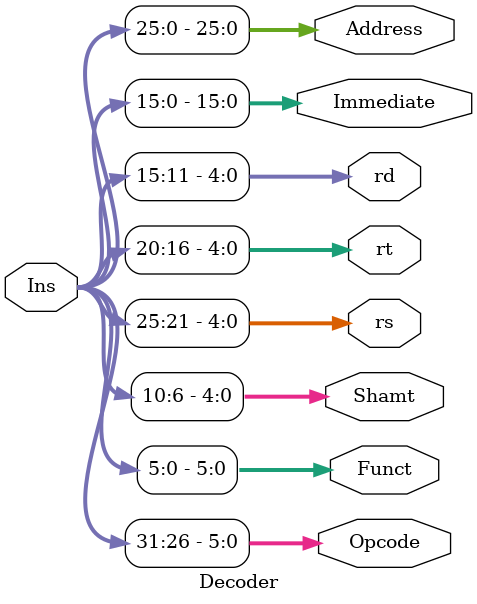
<source format=v>
`timescale 1ns / 1ps

/* Instruction formats
 * Instructions are divided into three types: R, I and J. Every instruction
 * starts with a 6-bit opcode. In addition to the opcode, R-type instructions
 * specify three registers, a shift amount field, and a function field; I-type
 * instructions specify two registers and a 16-bit immediate value; J-type 
 * instructions follow the opcode with a 26-bit jump target.
 * 
 * https://en.wikipedia.org/wiki/MIPS_architecture#Instruction_formats
 */

module Decoder(
  input [31:0] Ins,
  output [5:0] Opcode,
  output [5:0] Funct,
  output [4:0] Shamt,
  output [4:0] rs,
  output [4:0] rt,
  output [4:0] rd,
  output [15:0] Immediate,
  output [25:0] Address
);

  assign Opcode = Ins[31:26];
  assign Funct = Ins[5:0];
  assign Shamt = Ins[10:6];
  assign rs = Ins[25:21];
  assign rt = Ins[20:16];
  assign rd = Ins[15:11];
  assign Immediate = Ins[15:0];
  assign Address = Ins[25:0];

endmodule
</source>
